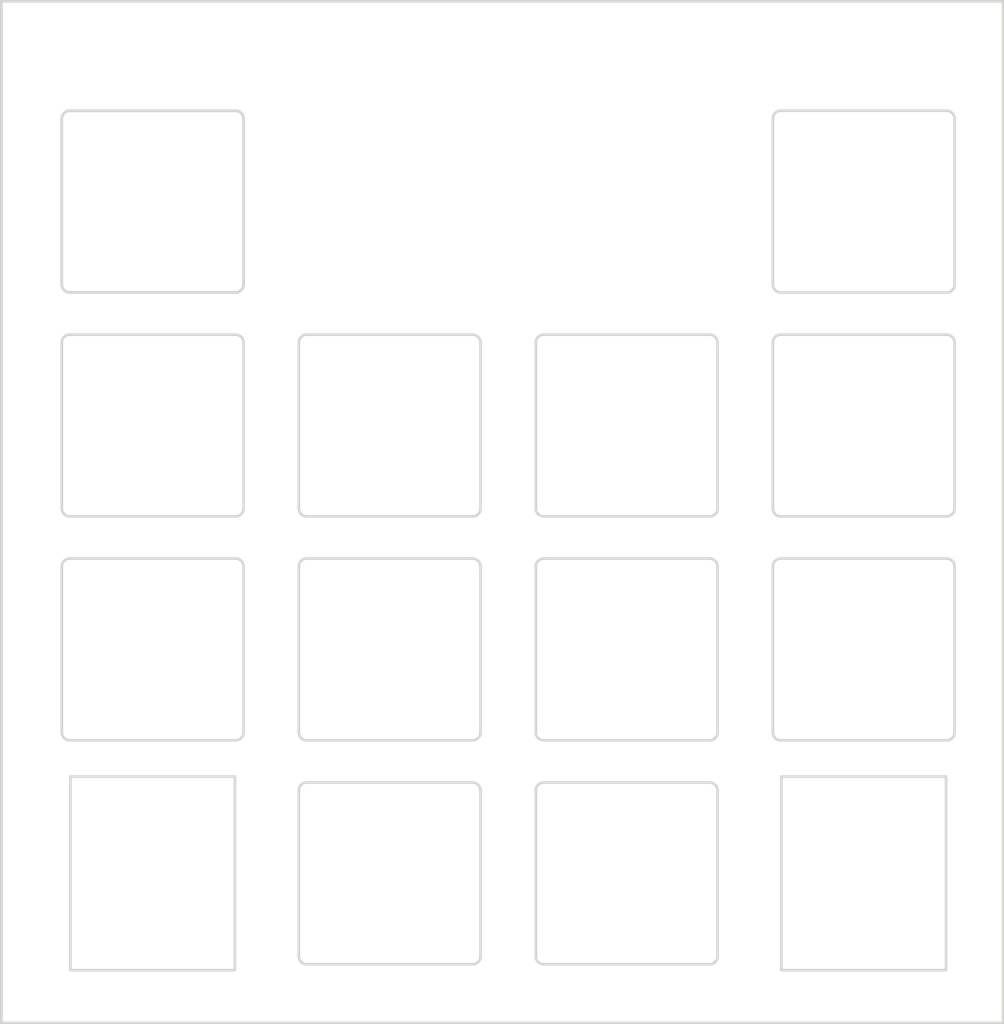
<source format=kicad_pcb>
(kicad_pcb
	(version 20241229)
	(generator "pcbnew")
	(generator_version "9.0")
	(general
		(thickness 1.6)
		(legacy_teardrops no)
	)
	(paper "A4")
	(layers
		(0 "F.Cu" signal)
		(2 "B.Cu" signal)
		(9 "F.Adhes" user "F.Adhesive")
		(11 "B.Adhes" user "B.Adhesive")
		(13 "F.Paste" user)
		(15 "B.Paste" user)
		(5 "F.SilkS" user "F.Silkscreen")
		(7 "B.SilkS" user "B.Silkscreen")
		(1 "F.Mask" user)
		(3 "B.Mask" user)
		(17 "Dwgs.User" user "User.Drawings")
		(19 "Cmts.User" user "User.Comments")
		(21 "Eco1.User" user "User.Eco1")
		(23 "Eco2.User" user "User.Eco2")
		(25 "Edge.Cuts" user)
		(27 "Margin" user)
		(31 "F.CrtYd" user "F.Courtyard")
		(29 "B.CrtYd" user "B.Courtyard")
		(35 "F.Fab" user)
		(33 "B.Fab" user)
	)
	(setup
		(pad_to_mask_clearance 0)
		(allow_soldermask_bridges_in_footprints no)
		(tenting front back)
		(pcbplotparams
			(layerselection 0x00000000_00000000_55555555_5755f5ff)
			(plot_on_all_layers_selection 0x00000000_00000000_00000000_00000000)
			(disableapertmacros no)
			(usegerberextensions no)
			(usegerberattributes yes)
			(usegerberadvancedattributes yes)
			(creategerberjobfile yes)
			(dashed_line_dash_ratio 12.000000)
			(dashed_line_gap_ratio 3.000000)
			(svgprecision 4)
			(plotframeref no)
			(mode 1)
			(useauxorigin no)
			(hpglpennumber 1)
			(hpglpenspeed 20)
			(hpglpendiameter 15.000000)
			(pdf_front_fp_property_popups yes)
			(pdf_back_fp_property_popups yes)
			(pdf_metadata yes)
			(pdf_single_document no)
			(dxfpolygonmode yes)
			(dxfimperialunits yes)
			(dxfusepcbnewfont yes)
			(psnegative no)
			(psa4output no)
			(plot_black_and_white yes)
			(sketchpadsonfab no)
			(plotpadnumbers no)
			(hidednponfab no)
			(sketchdnponfab yes)
			(crossoutdnponfab yes)
			(subtractmaskfromsilk no)
			(outputformat 1)
			(mirror no)
			(drillshape 1)
			(scaleselection 1)
			(outputdirectory "")
		)
	)
	(net 0 "")
	(gr_arc
		(start 186.795 72.805)
		(mid 187.219264 72.980736)
		(end 187.395 73.405)
		(stroke
			(width 0.2)
			(type default)
		)
		(layer "Edge.Cuts")
		(uuid "0075bde6-298b-4783-85b2-2a633a080c74")
	)
	(gr_arc
		(start 132.795 72.805)
		(mid 133.219264 72.980736)
		(end 133.395 73.405)
		(stroke
			(width 0.2)
			(type default)
		)
		(layer "Edge.Cuts")
		(uuid "01ac62d2-ba80-48ad-a413-263f1ca40fb3")
	)
	(gr_line
		(start 186.795 72.805)
		(end 174.195 72.805)
		(stroke
			(width 0.2)
			(type default)
		)
		(layer "Edge.Cuts")
		(uuid "01b769b4-d5cf-49eb-ba22-1e51a0da5606")
	)
	(gr_line
		(start 137.595 124.405)
		(end 137.595 137.005)
		(stroke
			(width 0.2)
			(type default)
		)
		(layer "Edge.Cuts")
		(uuid "0363ad37-8fe1-4515-b7fd-e3f0118b8536")
	)
	(gr_line
		(start 187.395 103.005)
		(end 187.395 90.405)
		(stroke
			(width 0.2)
			(type default)
		)
		(layer "Edge.Cuts")
		(uuid "0b277fe8-38dc-4fc5-9643-e5f22b3b8138")
	)
	(gr_line
		(start 119.595 73.405)
		(end 119.595 86.005)
		(stroke
			(width 0.2)
			(type default)
		)
		(layer "Edge.Cuts")
		(uuid "0cb8c50c-22e0-4002-946d-0911725f7a12")
	)
	(gr_line
		(start 174.245001 123.355003)
		(end 186.745002 123.355003)
		(stroke
			(width 0.2)
			(type default)
		)
		(layer "Edge.Cuts")
		(uuid "0ed4a00b-53f2-40f0-a96e-d896ccb29dfa")
	)
	(gr_arc
		(start 138.195 137.605)
		(mid 137.770736 137.429264)
		(end 137.595 137.005)
		(stroke
			(width 0.2)
			(type default)
		)
		(layer "Edge.Cuts")
		(uuid "0f32ab5a-2342-4d3e-846a-7456c03e31af")
	)
	(gr_arc
		(start 133.395 86.005)
		(mid 133.219264 86.429264)
		(end 132.795 86.605)
		(stroke
			(width 0.2)
			(type default)
		)
		(layer "Edge.Cuts")
		(uuid "131e9d94-018a-4e3f-9a8e-d4f3bc79f2c1")
	)
	(gr_arc
		(start 120.195 103.605)
		(mid 119.770736 103.429264)
		(end 119.595 103.005)
		(stroke
			(width 0.2)
			(type default)
		)
		(layer "Edge.Cuts")
		(uuid "18b90b9e-3745-447a-b27e-9a7ee3469db2")
	)
	(gr_arc
		(start 133.395 86.005)
		(mid 133.219264 86.429264)
		(end 132.795 86.605)
		(stroke
			(width 0.2)
			(type default)
		)
		(layer "Edge.Cuts")
		(uuid "18e15af4-8034-467c-b69c-21a8fb3f59f5")
	)
	(gr_line
		(start 132.795 72.805)
		(end 120.195 72.805)
		(stroke
			(width 0.2)
			(type default)
		)
		(layer "Edge.Cuts")
		(uuid "1ce73106-f0b0-4df6-858a-8a819fd1bf9a")
	)
	(gr_line
		(start 186.795 106.805)
		(end 174.195 106.805)
		(stroke
			(width 0.2)
			(type default)
		)
		(layer "Edge.Cuts")
		(uuid "1d45cca7-fa34-4835-98be-185a781fc63d")
	)
	(gr_arc
		(start 133.395 86.005)
		(mid 133.219264 86.429264)
		(end 132.795 86.605)
		(stroke
			(width 0.2)
			(type default)
		)
		(layer "Edge.Cuts")
		(uuid "1e0aff93-81a2-4d57-a2fd-703a873b46dc")
	)
	(gr_arc
		(start 174.195 120.605)
		(mid 173.770736 120.429264)
		(end 173.595 120.005)
		(stroke
			(width 0.2)
			(type default)
		)
		(layer "Edge.Cuts")
		(uuid "1f153976-a2f2-4109-bc9f-454be7615f49")
	)
	(gr_line
		(start 150.795 106.805)
		(end 138.195 106.805)
		(stroke
			(width 0.2)
			(type default)
		)
		(layer "Edge.Cuts")
		(uuid "20d7fda4-14b7-480c-9fd2-23ac2436ca58")
	)
	(gr_arc
		(start 186.795 106.805)
		(mid 187.219264 106.980736)
		(end 187.395 107.405)
		(stroke
			(width 0.2)
			(type default)
		)
		(layer "Edge.Cuts")
		(uuid "237273c0-5590-4c29-ae0d-53f8b1b014d1")
	)
	(gr_line
		(start 115 64.5)
		(end 115 142.055004)
		(stroke
			(width 0.2)
			(type default)
		)
		(layer "Edge.Cuts")
		(uuid "23b31c7d-17c5-41bf-9e8f-13a386d67ffd")
	)
	(gr_arc
		(start 119.595 73.405)
		(mid 119.770736 72.980736)
		(end 120.195 72.805)
		(stroke
			(width 0.2)
			(type default)
		)
		(layer "Edge.Cuts")
		(uuid "24da53c8-159c-4a01-8bde-dc9bc6068234")
	)
	(gr_line
		(start 120.245001 138.055004)
		(end 120.245001 123.355003)
		(stroke
			(width 0.2)
			(type default)
		)
		(layer "Edge.Cuts")
		(uuid "253a86fc-e785-4da4-8d21-a4176ac14e56")
	)
	(gr_arc
		(start 120.195 120.605)
		(mid 119.770736 120.429264)
		(end 119.595 120.005)
		(stroke
			(width 0.2)
			(type default)
		)
		(layer "Edge.Cuts")
		(uuid "25dd81f3-345b-4c00-aa8c-22fe5edc6574")
	)
	(gr_line
		(start 186.745002 138.055004)
		(end 174.245001 138.055004)
		(stroke
			(width 0.2)
			(type default)
		)
		(layer "Edge.Cuts")
		(uuid "267e1641-9dc7-4a82-bce8-0c32ddc1f999")
	)
	(gr_line
		(start 191.07 64.5)
		(end 115 64.5)
		(stroke
			(width 0.2)
			(type default)
		)
		(layer "Edge.Cuts")
		(uuid "26fb3d14-2deb-4872-b76f-7ea2527ea4ab")
	)
	(gr_arc
		(start 168.795 106.805)
		(mid 169.219264 106.980736)
		(end 169.395 107.405)
		(stroke
			(width 0.2)
			(type default)
		)
		(layer "Edge.Cuts")
		(uuid "315462e1-d7d6-41e9-9eac-afc679a5bf0d")
	)
	(gr_line
		(start 187.395 86.005)
		(end 187.395 73.405)
		(stroke
			(width 0.2)
			(type default)
		)
		(layer "Edge.Cuts")
		(uuid "331eab7f-5bad-40f2-ba03-e8daab0f0547")
	)
	(gr_line
		(start 119.595 90.405)
		(end 119.595 103.005)
		(stroke
			(width 0.2)
			(type default)
		)
		(layer "Edge.Cuts")
		(uuid "33d7cd81-c9ce-4a4b-b7ac-2f40bda0f898")
	)
	(gr_line
		(start 115 142.055004)
		(end 191.07 142.055004)
		(stroke
			(width 0.2)
			(type default)
		)
		(layer "Edge.Cuts")
		(uuid "34326364-25af-4360-9beb-51fb50b4bd6e")
	)
	(gr_line
		(start 132.795 72.805)
		(end 120.195 72.805)
		(stroke
			(width 0.2)
			(type default)
		)
		(layer "Edge.Cuts")
		(uuid "348ceef5-25e6-425b-af70-bedd38bbb5d8")
	)
	(gr_line
		(start 137.595 90.405)
		(end 137.595 103.005)
		(stroke
			(width 0.2)
			(type default)
		)
		(layer "Edge.Cuts")
		(uuid "35303a13-0f81-466b-9f1b-572e11aa4dc2")
	)
	(gr_arc
		(start 137.595 124.405)
		(mid 137.770736 123.980736)
		(end 138.195 123.805)
		(stroke
			(width 0.2)
			(type default)
		)
		(layer "Edge.Cuts")
		(uuid "3d280b05-cbbd-48fd-a337-ab3169993ea0")
	)
	(gr_arc
		(start 133.395 120.005)
		(mid 133.219264 120.429264)
		(end 132.795 120.605)
		(stroke
			(width 0.2)
			(type default)
		)
		(layer "Edge.Cuts")
		(uuid "3d297413-4b5e-4f45-9759-cf4d964b5cc7")
	)
	(gr_line
		(start 186.795 89.805)
		(end 174.195 89.805)
		(stroke
			(width 0.2)
			(type default)
		)
		(layer "Edge.Cuts")
		(uuid "3f8578bb-d7f7-40ae-8188-80b0bd8148c1")
	)
	(gr_line
		(start 132.795 106.805)
		(end 120.195 106.805)
		(stroke
			(width 0.2)
			(type default)
		)
		(layer "Edge.Cuts")
		(uuid "40d2b04b-01be-4a02-a20b-b3a6918c6606")
	)
	(gr_line
		(start 173.595 73.405)
		(end 173.595 86.005)
		(stroke
			(width 0.2)
			(type default)
		)
		(layer "Edge.Cuts")
		(uuid "4668ce55-6f51-4ff5-9ad8-e473778e730e")
	)
	(gr_line
		(start 174.245001 138.055004)
		(end 174.245001 123.355003)
		(stroke
			(width 0.2)
			(type default)
		)
		(layer "Edge.Cuts")
		(uuid "471f719f-7275-480d-88c5-32795f1d0b46")
	)
	(gr_arc
		(start 151.395 120.005)
		(mid 151.219264 120.429264)
		(end 150.795 120.605)
		(stroke
			(width 0.2)
			(type default)
		)
		(layer "Edge.Cuts")
		(uuid "4bb650ce-3741-48e8-bd18-2314350719d0")
	)
	(gr_line
		(start 151.395 103.005)
		(end 151.395 90.405)
		(stroke
			(width 0.2)
			(type default)
		)
		(layer "Edge.Cuts")
		(uuid "4e46e2f2-8620-404b-a16b-d8c5845b142b")
	)
	(gr_line
		(start 138.195 120.605)
		(end 150.795 120.605)
		(stroke
			(width 0.2)
			(type default)
		)
		(layer "Edge.Cuts")
		(uuid "546e4b66-fc94-4844-9527-8df15d5f97e0")
	)
	(gr_line
		(start 150.795 89.805)
		(end 138.195 89.805)
		(stroke
			(width 0.2)
			(type default)
		)
		(layer "Edge.Cuts")
		(uuid "5a19ba63-8c00-4aa5-8d57-53e3f602bac9")
	)
	(gr_arc
		(start 120.195 86.605)
		(mid 119.770736 86.429264)
		(end 119.595 86.005)
		(stroke
			(width 0.2)
			(type default)
		)
		(layer "Edge.Cuts")
		(uuid "5e73bf94-55b3-4638-8322-f7c0d4f08108")
	)
	(gr_line
		(start 155.595 124.405)
		(end 155.595 137.005)
		(stroke
			(width 0.2)
			(type default)
		)
		(layer "Edge.Cuts")
		(uuid "5fd10ef0-5ad5-48ad-ae33-c9533aa30bdf")
	)
	(gr_line
		(start 174.195 120.605)
		(end 186.795 120.605)
		(stroke
			(width 0.2)
			(type default)
		)
		(layer "Edge.Cuts")
		(uuid "60d8f1a4-b712-42a2-8cee-4566554f6a74")
	)
	(gr_line
		(start 120.245001 123.355003)
		(end 132.745002 123.355003)
		(stroke
			(width 0.2)
			(type default)
		)
		(layer "Edge.Cuts")
		(uuid "61bb7e53-ddce-4c6f-9ef8-ef8c4e7a17a3")
	)
	(gr_arc
		(start 187.395 103.005)
		(mid 187.219264 103.429264)
		(end 186.795 103.605)
		(stroke
			(width 0.2)
			(type default)
		)
		(layer "Edge.Cuts")
		(uuid "63ca607f-74c1-4e3f-a7ae-558ba8ca79b6")
	)
	(gr_arc
		(start 173.595 73.405)
		(mid 173.770736 72.980736)
		(end 174.195 72.805)
		(stroke
			(width 0.2)
			(type default)
		)
		(layer "Edge.Cuts")
		(uuid "6528e148-66d7-4181-80e4-c068be6dc8ee")
	)
	(gr_arc
		(start 156.195 103.605)
		(mid 155.770736 103.429264)
		(end 155.595 103.005)
		(stroke
			(width 0.2)
			(type default)
		)
		(layer "Edge.Cuts")
		(uuid "6612e38f-6bc1-4b04-8bfd-e3722f001abe")
	)
	(gr_arc
		(start 133.395 103.005)
		(mid 133.219264 103.429264)
		(end 132.795 103.605)
		(stroke
			(width 0.2)
			(type default)
		)
		(layer "Edge.Cuts")
		(uuid "6814e6fd-a777-4e90-9b8d-7b32d6db33a5")
	)
	(gr_arc
		(start 173.595 107.405)
		(mid 173.770736 106.980736)
		(end 174.195 106.805)
		(stroke
			(width 0.2)
			(type default)
		)
		(layer "Edge.Cuts")
		(uuid "68a75839-41be-437a-ba0a-42a7d0e6939c")
	)
	(gr_arc
		(start 155.595 107.405)
		(mid 155.770736 106.980736)
		(end 156.195 106.805)
		(stroke
			(width 0.2)
			(type default)
		)
		(layer "Edge.Cuts")
		(uuid "6a7f460b-e717-4113-9323-462eac2b1763")
	)
	(gr_line
		(start 119.595 107.405)
		(end 119.595 120.005)
		(stroke
			(width 0.2)
			(type default)
		)
		(layer "Edge.Cuts")
		(uuid "6b4b1966-9924-40c0-b169-7687371f9462")
	)
	(gr_arc
		(start 168.795 89.805)
		(mid 169.219264 89.980736)
		(end 169.395 90.405)
		(stroke
			(width 0.2)
			(type default)
		)
		(layer "Edge.Cuts")
		(uuid "769cbcc6-db09-4765-a801-b1ba34a6d7db")
	)
	(gr_line
		(start 191.07 142.055004)
		(end 191.07 64.5)
		(stroke
			(width 0.2)
			(type default)
		)
		(layer "Edge.Cuts")
		(uuid "76d30d59-96c6-4b57-9a2f-e668dd69601b")
	)
	(gr_line
		(start 132.745002 138.055004)
		(end 120.245001 138.055004)
		(stroke
			(width 0.2)
			(type default)
		)
		(layer "Edge.Cuts")
		(uuid "79bf991f-1649-459c-9783-4129b9c70688")
	)
	(gr_line
		(start 120.195 86.605)
		(end 132.795 86.605)
		(stroke
			(width 0.2)
			(type default)
		)
		(layer "Edge.Cuts")
		(uuid "7df6161d-ef43-4aa6-a5f2-313229ae67ae")
	)
	(gr_arc
		(start 156.195 137.605)
		(mid 155.770736 137.429264)
		(end 155.595 137.005)
		(stroke
			(width 0.2)
			(type default)
		)
		(layer "Edge.Cuts")
		(uuid "7f4d8700-ddad-48d3-a858-9bc442a58e04")
	)
	(gr_line
		(start 133.395 86.005)
		(end 133.395 73.405)
		(stroke
			(width 0.2)
			(type default)
		)
		(layer "Edge.Cuts")
		(uuid "827c59c5-3231-4377-9a6b-f17278c7a2a3")
	)
	(gr_arc
		(start 150.795 89.805)
		(mid 151.219264 89.980736)
		(end 151.395 90.405)
		(stroke
			(width 0.2)
			(type default)
		)
		(layer "Edge.Cuts")
		(uuid "84e9c398-c35e-4f8b-9c78-65bcd24f41be")
	)
	(gr_line
		(start 151.395 120.005)
		(end 151.395 107.405)
		(stroke
			(width 0.2)
			(type default)
		)
		(layer "Edge.Cuts")
		(uuid "867197f1-25a8-4f17-88bf-59ed56f25ea1")
	)
	(gr_line
		(start 186.745002 123.355003)
		(end 186.745002 138.055004)
		(stroke
			(width 0.2)
			(type default)
		)
		(layer "Edge.Cuts")
		(uuid "8709b683-c913-4ad5-8f00-f2a92d361708")
	)
	(gr_arc
		(start 151.395 137.005)
		(mid 151.219264 137.429264)
		(end 150.795 137.605)
		(stroke
			(width 0.2)
			(type default)
		)
		(layer "Edge.Cuts")
		(uuid "87876837-2971-49b8-9657-aad6905799f3")
	)
	(gr_arc
		(start 174.195 86.605)
		(mid 173.770736 86.429264)
		(end 173.595 86.005)
		(stroke
			(width 0.2)
			(type default)
		)
		(layer "Edge.Cuts")
		(uuid "8bc305aa-4089-4dbc-b6eb-df5ff017d848")
	)
	(gr_line
		(start 169.395 120.005)
		(end 169.395 107.405)
		(stroke
			(width 0.2)
			(type default)
		)
		(layer "Edge.Cuts")
		(uuid "8c319749-bbc9-40ad-9a5c-892ddaed7800")
	)
	(gr_line
		(start 132.745002 123.355003)
		(end 132.745002 138.055004)
		(stroke
			(width 0.2)
			(type default)
		)
		(layer "Edge.Cuts")
		(uuid "90e1ad6c-6ff6-4f97-b487-31d264dc62ed")
	)
	(gr_arc
		(start 155.595 90.405)
		(mid 155.770736 89.980736)
		(end 156.195 89.805)
		(stroke
			(width 0.2)
			(type default)
		)
		(layer "Edge.Cuts")
		(uuid "912f706d-448e-4342-92e5-0adebd35ff48")
	)
	(gr_line
		(start 174.195 86.605)
		(end 186.795 86.605)
		(stroke
			(width 0.2)
			(type default)
		)
		(layer "Edge.Cuts")
		(uuid "950b5b95-bdd4-4feb-a201-8f7a5f2b0b14")
	)
	(gr_line
		(start 155.595 107.405)
		(end 155.595 120.005)
		(stroke
			(width 0.2)
			(type default)
		)
		(layer "Edge.Cuts")
		(uuid "97c36afc-e428-4f75-8c65-ff1164948721")
	)
	(gr_arc
		(start 137.595 90.405)
		(mid 137.770736 89.980736)
		(end 138.195 89.805)
		(stroke
			(width 0.2)
			(type default)
		)
		(layer "Edge.Cuts")
		(uuid "98be32d7-01a7-4fa4-9d97-a2650b8353fd")
	)
	(gr_arc
		(start 132.795 72.805)
		(mid 133.219264 72.980736)
		(end 133.395 73.405)
		(stroke
			(width 0.2)
			(type default)
		)
		(layer "Edge.Cuts")
		(uuid "9b1d1abc-eaae-444e-8538-0988f97e9c4b")
	)
	(gr_arc
		(start 169.395 137.005)
		(mid 169.219264 137.429264)
		(end 168.795 137.605)
		(stroke
			(width 0.2)
			(type default)
		)
		(layer "Edge.Cuts")
		(uuid "9b51cfd8-a0bf-486b-9144-e0dea8211662")
	)
	(gr_line
		(start 119.595 73.405)
		(end 119.595 86.005)
		(stroke
			(width 0.2)
			(type default)
		)
		(layer "Edge.Cuts")
		(uuid "9b689eb9-aec4-48cc-8e10-1dbda8a5b5b9")
	)
	(gr_line
		(start 168.795 106.805)
		(end 156.195 106.805)
		(stroke
			(width 0.2)
			(type default)
		)
		(layer "Edge.Cuts")
		(uuid "a1afbe1b-28e9-4569-80e4-d0e52df07920")
	)
	(gr_arc
		(start 150.795 106.805)
		(mid 151.219264 106.980736)
		(end 151.395 107.405)
		(stroke
			(width 0.2)
			(type default)
		)
		(layer "Edge.Cuts")
		(uuid "a2e63491-08d8-4bf3-9241-4d2539097bb4")
	)
	(gr_line
		(start 132.795 89.805)
		(end 120.195 89.805)
		(stroke
			(width 0.2)
			(type default)
		)
		(layer "Edge.Cuts")
		(uuid "a310a969-6535-4b62-b767-711dd9da5bab")
	)
	(gr_line
		(start 132.795 72.805)
		(end 120.195 72.805)
		(stroke
			(width 0.2)
			(type default)
		)
		(layer "Edge.Cuts")
		(uuid "a46be8dc-004f-462e-9acf-608264356659")
	)
	(gr_arc
		(start 186.795 89.805)
		(mid 187.219264 89.980736)
		(end 187.395 90.405)
		(stroke
			(width 0.2)
			(type default)
		)
		(layer "Edge.Cuts")
		(uuid "a4e5ae38-bddc-4b4a-b6df-9e1cc5c1f3e1")
	)
	(gr_line
		(start 119.595 73.405)
		(end 119.595 86.005)
		(stroke
			(width 0.2)
			(type default)
		)
		(layer "Edge.Cuts")
		(uuid "a6f95c19-7c63-4153-a82a-7faa4a492dbb")
	)
	(gr_arc
		(start 138.195 103.605)
		(mid 137.770736 103.429264)
		(end 137.595 103.005)
		(stroke
			(width 0.2)
			(type default)
		)
		(layer "Edge.Cuts")
		(uuid "a774091b-1339-411b-a5f3-f064bad2c065")
	)
	(gr_arc
		(start 168.795 123.805)
		(mid 169.219264 123.980736)
		(end 169.395 124.405)
		(stroke
			(width 0.2)
			(type default)
		)
		(layer "Edge.Cuts")
		(uuid "a90b88de-8817-4982-b98e-934d96bf30b9")
	)
	(gr_arc
		(start 169.395 103.005)
		(mid 169.219264 103.429264)
		(end 168.795 103.605)
		(stroke
			(width 0.2)
			(type default)
		)
		(layer "Edge.Cuts")
		(uuid "af7c579b-a36e-42ec-9ff1-4c2d3fa71160")
	)
	(gr_line
		(start 132.795 86.605)
		(end 120.195 86.605)
		(stroke
			(width 0.2)
			(type default)
		)
		(layer "Edge.Cuts")
		(uuid "b14e0dec-93d6-43cb-9df7-4e73193081d4")
	)
	(gr_arc
		(start 132.795 72.805)
		(mid 133.219264 72.980736)
		(end 133.395 73.405)
		(stroke
			(width 0.2)
			(type default)
		)
		(layer "Edge.Cuts")
		(uuid "b1b226bb-ad72-416b-a252-e35d7e7c2ffe")
	)
	(gr_line
		(start 120.195 103.605)
		(end 132.795 103.605)
		(stroke
			(width 0.2)
			(type default)
		)
		(layer "Edge.Cuts")
		(uuid "b2c9a6bd-8032-42aa-8949-da152f56faab")
	)
	(gr_line
		(start 173.595 90.405)
		(end 173.595 103.005)
		(stroke
			(width 0.2)
			(type default)
		)
		(layer "Edge.Cuts")
		(uuid "b3a2345d-c4f0-4321-96f7-1786b28ef310")
	)
	(gr_arc
		(start 156.195 120.605)
		(mid 155.770736 120.429264)
		(end 155.595 120.005)
		(stroke
			(width 0.2)
			(type default)
		)
		(layer "Edge.Cuts")
		(uuid "b430e782-673c-4ac9-a100-0a7e37452dda")
	)
	(gr_line
		(start 133.395 73.405)
		(end 133.395 86.005)
		(stroke
			(width 0.2)
			(type default)
		)
		(layer "Edge.Cuts")
		(uuid "bae1b6b0-26d5-4a8c-8516-068065323aec")
	)
	(gr_line
		(start 156.195 103.605)
		(end 168.795 103.605)
		(stroke
			(width 0.2)
			(type default)
		)
		(layer "Edge.Cuts")
		(uuid "bb1b3ea6-3f26-4ec8-84ba-0259778e0a2e")
	)
	(gr_arc
		(start 169.395 120.005)
		(mid 169.219264 120.429264)
		(end 168.795 120.605)
		(stroke
			(width 0.2)
			(type default)
		)
		(layer "Edge.Cuts")
		(uuid "bde28e04-0ff7-4647-9744-7aa86d398e17")
	)
	(gr_line
		(start 133.395 103.005)
		(end 133.395 90.405)
		(stroke
			(width 0.2)
			(type default)
		)
		(layer "Edge.Cuts")
		(uuid "beb0dbb7-2ffb-4ff0-916d-3be79c9a5fdb")
	)
	(gr_line
		(start 133.395 86.005)
		(end 133.395 73.405)
		(stroke
			(width 0.2)
			(type default)
		)
		(layer "Edge.Cuts")
		(uuid "bf3e336a-0fad-4177-a956-2d228c236586")
	)
	(gr_line
		(start 168.795 123.805)
		(end 156.195 123.805)
		(stroke
			(width 0.2)
			(type default)
		)
		(layer "Edge.Cuts")
		(uuid "bfc533fd-f10a-49ef-b64c-7f0f94230a5c")
	)
	(gr_arc
		(start 132.795 106.805)
		(mid 133.219264 106.980736)
		(end 133.395 107.405)
		(stroke
			(width 0.2)
			(type default)
		)
		(layer "Edge.Cuts")
		(uuid "c05da35b-22c4-48e0-ba3e-73e9187e0bc5")
	)
	(gr_arc
		(start 120.195 86.605)
		(mid 119.770736 86.429264)
		(end 119.595 86.005)
		(stroke
			(width 0.2)
			(type default)
		)
		(layer "Edge.Cuts")
		(uuid "c0faa6bb-0045-4420-8cee-041053cce1c9")
	)
	(gr_line
		(start 120.195 86.605)
		(end 132.795 86.605)
		(stroke
			(width 0.2)
			(type default)
		)
		(layer "Edge.Cuts")
		(uuid "c1575a84-8870-454f-8a12-f368c7d23476")
	)
	(gr_line
		(start 156.195 137.605)
		(end 168.795 137.605)
		(stroke
			(width 0.2)
			(type default)
		)
		(layer "Edge.Cuts")
		(uuid "c3b99346-d3ff-4656-9f64-663c0fbefeac")
	)
	(gr_arc
		(start 119.595 107.405)
		(mid 119.770736 106.980736)
		(end 120.195 106.805)
		(stroke
			(width 0.2)
			(type default)
		)
		(layer "Edge.Cuts")
		(uuid "c4b8bb77-e8e3-4e30-aaa9-3e46e9932ae1")
	)
	(gr_line
		(start 138.195 137.605)
		(end 150.795 137.605)
		(stroke
			(width 0.2)
			(type default)
		)
		(layer "Edge.Cuts")
		(uuid "c7175e35-a5f8-4fdc-b33a-880300259ee2")
	)
	(gr_line
		(start 187.395 120.005)
		(end 187.395 107.405)
		(stroke
			(width 0.2)
			(type default)
		)
		(layer "Edge.Cuts")
		(uuid "c7cb4704-eda0-472c-bb84-064914815a75")
	)
	(gr_line
		(start 151.395 137.005)
		(end 151.395 124.405)
		(stroke
			(width 0.2)
			(type default)
		)
		(layer "Edge.Cuts")
		(uuid "caae756b-237d-4729-8cd7-61cf8f190be4")
	)
	(gr_line
		(start 138.195 103.605)
		(end 150.795 103.605)
		(stroke
			(width 0.2)
			(type default)
		)
		(layer "Edge.Cuts")
		(uuid "cb09b11d-bdbc-4549-a5c3-4dab20423aef")
	)
	(gr_arc
		(start 187.395 86.005)
		(mid 187.219264 86.429264)
		(end 186.795 86.605)
		(stroke
			(width 0.2)
			(type default)
		)
		(layer "Edge.Cuts")
		(uuid "cbb3ab13-8104-4f94-91f1-169e596087d4")
	)
	(gr_line
		(start 120.195 120.605)
		(end 132.795 120.605)
		(stroke
			(width 0.2)
			(type default)
		)
		(layer "Edge.Cuts")
		(uuid "cf723151-5646-4b8e-9afd-5f403e7c9606")
	)
	(gr_arc
		(start 137.595 107.405)
		(mid 137.770736 106.980736)
		(end 138.195 106.805)
		(stroke
			(width 0.2)
			(type default)
		)
		(layer "Edge.Cuts")
		(uuid "d0af4c57-4ced-46ae-9cd5-d5cf95075a4e")
	)
	(gr_line
		(start 174.195 103.605)
		(end 186.795 103.605)
		(stroke
			(width 0.2)
			(type default)
		)
		(layer "Edge.Cuts")
		(uuid "d19bdbca-83bd-4f6c-b067-cd910850ac93")
	)
	(gr_arc
		(start 174.195 103.605)
		(mid 173.770736 103.429264)
		(end 173.595 103.005)
		(stroke
			(width 0.2)
			(type default)
		)
		(layer "Edge.Cuts")
		(uuid "d1efdb13-df2f-4772-9f40-cca41af41272")
	)
	(gr_line
		(start 168.795 89.805)
		(end 156.195 89.805)
		(stroke
			(width 0.2)
			(type default)
		)
		(layer "Edge.Cuts")
		(uuid "d21dfe74-0812-418f-90d8-c4925106aa5d")
	)
	(gr_arc
		(start 119.595 90.405)
		(mid 119.770736 89.980736)
		(end 120.195 89.805)
		(stroke
			(width 0.2)
			(type default)
		)
		(layer "Edge.Cuts")
		(uuid "d2c11f0f-1aa6-45a9-a55e-c1ad7a6124db")
	)
	(gr_line
		(start 115 64.5)
		(end 115 142.055004)
		(stroke
			(width 0.2)
			(type default)
		)
		(layer "Edge.Cuts")
		(uuid "d6ebbe5d-5162-4a40-9917-43c1a69fae14")
	)
	(gr_arc
		(start 155.595 124.405)
		(mid 155.770736 123.980736)
		(end 156.195 123.805)
		(stroke
			(width 0.2)
			(type default)
		)
		(layer "Edge.Cuts")
		(uuid "d74c3139-d0a2-449b-ba46-66491c470fc1")
	)
	(gr_arc
		(start 138.195 120.605)
		(mid 137.770736 120.429264)
		(end 137.595 120.005)
		(stroke
			(width 0.2)
			(type default)
		)
		(layer "Edge.Cuts")
		(uuid "d8a25da8-4a3b-4bef-9ab3-482e15cf1771")
	)
	(gr_arc
		(start 132.795 89.805)
		(mid 133.219264 89.980736)
		(end 133.395 90.405)
		(stroke
			(width 0.2)
			(type default)
		)
		(layer "Edge.Cuts")
		(uuid "d8f41579-1867-4582-b1ca-4cf7afb71488")
	)
	(gr_line
		(start 133.395 120.005)
		(end 133.395 107.405)
		(stroke
			(width 0.2)
			(type default)
		)
		(layer "Edge.Cuts")
		(uuid "d9747663-5a0c-46c8-a2d9-4de69ed12ab1")
	)
	(gr_line
		(start 156.195 120.605)
		(end 168.795 120.605)
		(stroke
			(width 0.2)
			(type default)
		)
		(layer "Edge.Cuts")
		(uuid "db2ba89e-347d-43b9-bbec-e2ad6d8148f3")
	)
	(gr_line
		(start 169.395 103.005)
		(end 169.395 90.405)
		(stroke
			(width 0.2)
			(type default)
		)
		(layer "Edge.Cuts")
		(uuid "de2e9567-126f-46a1-abd7-48f874809bc2")
	)
	(gr_line
		(start 191.07 142.055004)
		(end 191.07 64.5)
		(stroke
			(width 0.2)
			(type default)
		)
		(layer "Edge.Cuts")
		(uuid "e2b42f4e-bde0-4dc4-8a45-e7dee4b3e3ce")
	)
	(gr_arc
		(start 119.595 73.405)
		(mid 119.770736 72.980736)
		(end 120.195 72.805)
		(stroke
			(width 0.2)
			(type default)
		)
		(layer "Edge.Cuts")
		(uuid "e5adbfae-29f2-4380-a48f-8e60fbdbdffd")
	)
	(gr_arc
		(start 120.195 86.605)
		(mid 119.770736 86.429264)
		(end 119.595 86.005)
		(stroke
			(width 0.2)
			(type default)
		)
		(layer "Edge.Cuts")
		(uuid "e650e7c4-c1f5-44fb-96ac-4624fd23d933")
	)
	(gr_arc
		(start 173.595 90.405)
		(mid 173.770736 89.980736)
		(end 174.195 89.805)
		(stroke
			(width 0.2)
			(type default)
		)
		(layer "Edge.Cuts")
		(uuid "e71f072b-c898-4ca9-8778-089e14042fd1")
	)
	(gr_line
		(start 173.595 107.405)
		(end 173.595 120.005)
		(stroke
			(width 0.2)
			(type default)
		)
		(layer "Edge.Cuts")
		(uuid "ec876b01-beda-4b29-94a0-4d175026d999")
	)
	(gr_line
		(start 169.395 137.005)
		(end 169.395 124.405)
		(stroke
			(width 0.2)
			(type default)
		)
		(layer "Edge.Cuts")
		(uuid "f17adcd4-0ec5-4963-bc12-cd4160f2656e")
	)
	(gr_arc
		(start 151.395 103.005)
		(mid 151.219264 103.429264)
		(end 150.795 103.605)
		(stroke
			(width 0.2)
			(type default)
		)
		(layer "Edge.Cuts")
		(uuid "f203a627-3196-4589-aade-119369ce8ae9")
	)
	(gr_arc
		(start 187.395 120.005)
		(mid 187.219264 120.429264)
		(end 186.795 120.605)
		(stroke
			(width 0.2)
			(type default)
		)
		(layer "Edge.Cuts")
		(uuid "f6cfba23-2db8-48e4-a2ac-0777642f5ddb")
	)
	(gr_arc
		(start 119.595 73.405)
		(mid 119.770736 72.980736)
		(end 120.195 72.805)
		(stroke
			(width 0.2)
			(type default)
		)
		(layer "Edge.Cuts")
		(uuid "f80ba5b8-6a9d-463c-b610-aef0d3b09bfb")
	)
	(gr_line
		(start 137.595 107.405)
		(end 137.595 120.005)
		(stroke
			(width 0.2)
			(type default)
		)
		(layer "Edge.Cuts")
		(uuid "f953bdf0-4c03-4eb4-8e47-02da9486792d")
	)
	(gr_line
		(start 155.595 90.405)
		(end 155.595 103.005)
		(stroke
			(width 0.2)
			(type default)
		)
		(layer "Edge.Cuts")
		(uuid "f97e23a5-d1d3-4a26-a185-b266e32705bd")
	)
	(gr_arc
		(start 150.795 123.805)
		(mid 151.219264 123.980736)
		(end 151.395 124.405)
		(stroke
			(width 0.2)
			(type default)
		)
		(layer "Edge.Cuts")
		(uuid "fa32758a-6586-4129-9076-1ae599b7fff0")
	)
	(gr_line
		(start 150.795 123.805)
		(end 138.195 123.805)
		(stroke
			(width 0.2)
			(type default)
		)
		(layer "Edge.Cuts")
		(uuid "fd797d3c-7ddf-45de-9bab-82fd2db2d653")
	)
	(group ""
		(uuid "d0f8cf88-2007-48d3-bebf-902ed0bbbbd8")
		(members "0075bde6-298b-4783-85b2-2a633a080c74" "01ac62d2-ba80-48ad-a413-263f1ca40fb3"
			"01b769b4-d5cf-49eb-ba22-1e51a0da5606" "0363ad37-8fe1-4515-b7fd-e3f0118b8536"
			"0b277fe8-38dc-4fc5-9643-e5f22b3b8138" "0cb8c50c-22e0-4002-946d-0911725f7a12"
			"0ed4a00b-53f2-40f0-a96e-d896ccb29dfa" "0f32ab5a-2342-4d3e-846a-7456c03e31af"
			"131e9d94-018a-4e3f-9a8e-d4f3bc79f2c1" "18b90b9e-3745-447a-b27e-9a7ee3469db2"
			"18e15af4-8034-467c-b69c-21a8fb3f59f5" "1ce73106-f0b0-4df6-858a-8a819fd1bf9a"
			"1d45cca7-fa34-4835-98be-185a781fc63d" "1e0aff93-81a2-4d57-a2fd-703a873b46dc"
			"1f153976-a2f2-4109-bc9f-454be7615f49" "20d7fda4-14b7-480c-9fd2-23ac2436ca58"
			"237273c0-5590-4c29-ae0d-53f8b1b014d1" "23b31c7d-17c5-41bf-9e8f-13a386d67ffd"
			"24da53c8-159c-4a01-8bde-dc9bc6068234" "253a86fc-e785-4da4-8d21-a4176ac14e56"
			"25dd81f3-345b-4c00-aa8c-22fe5edc6574" "267e1641-9dc7-4a82-bce8-0c32ddc1f999"
			"26fb3d14-2deb-4872-b76f-7ea2527ea4ab" "315462e1-d7d6-41e9-9eac-afc679a5bf0d"
			"331eab7f-5bad-40f2-ba03-e8daab0f0547" "33d7cd81-c9ce-4a4b-b7ac-2f40bda0f898"
			"34326364-25af-4360-9beb-51fb50b4bd6e" "348ceef5-25e6-425b-af70-bedd38bbb5d8"
			"35303a13-0f81-466b-9f1b-572e11aa4dc2" "3d280b05-cbbd-48fd-a337-ab3169993ea0"
			"3d297413-4b5e-4f45-9759-cf4d964b5cc7" "3f8578bb-d7f7-40ae-8188-80b0bd8148c1"
			"40d2b04b-01be-4a02-a20b-b3a6918c6606" "4668ce55-6f51-4ff5-9ad8-e473778e730e"
			"471f719f-7275-480d-88c5-32795f1d0b46" "4bb650ce-3741-48e8-bd18-2314350719d0"
			"4e46e2f2-8620-404b-a16b-d8c5845b142b" "546e4b66-fc94-4844-9527-8df15d5f97e0"
			"5a19ba63-8c00-4aa5-8d57-53e3f602bac9" "5e73bf94-55b3-4638-8322-f7c0d4f08108"
			"5fd10ef0-5ad5-48ad-ae33-c9533aa30bdf" "60d8f1a4-b712-42a2-8cee-4566554f6a74"
			"61bb7e53-ddce-4c6f-9ef8-ef8c4e7a17a3" "63ca607f-74c1-4e3f-a7ae-558ba8ca79b6"
			"6528e148-66d7-4181-80e4-c068be6dc8ee" "6612e38f-6bc1-4b04-8bfd-e3722f001abe"
			"6814e6fd-a777-4e90-9b8d-7b32d6db33a5" "68a75839-41be-437a-ba0a-42a7d0e6939c"
			"6a7f460b-e717-4113-9323-462eac2b1763" "6b4b1966-9924-40c0-b169-7687371f9462"
			"769cbcc6-db09-4765-a801-b1ba34a6d7db" "76d30d59-96c6-4b57-9a2f-e668dd69601b"
			"79bf991f-1649-459c-9783-4129b9c70688" "7df6161d-ef43-4aa6-a5f2-313229ae67ae"
			"7f4d8700-ddad-48d3-a858-9bc442a58e04" "827c59c5-3231-4377-9a6b-f17278c7a2a3"
			"84e9c398-c35e-4f8b-9c78-65bcd24f41be" "867197f1-25a8-4f17-88bf-59ed56f25ea1"
			"8709b683-c913-4ad5-8f00-f2a92d361708" "87876837-2971-49b8-9657-aad6905799f3"
			"8bc305aa-4089-4dbc-b6eb-df5ff017d848" "8c319749-bbc9-40ad-9a5c-892ddaed7800"
			"90e1ad6c-6ff6-4f97-b487-31d264dc62ed" "912f706d-448e-4342-92e5-0adebd35ff48"
			"950b5b95-bdd4-4feb-a201-8f7a5f2b0b14" "97c36afc-e428-4f75-8c65-ff1164948721"
			"98be32d7-01a7-4fa4-9d97-a2650b8353fd" "9b1d1abc-eaae-444e-8538-0988f97e9c4b"
			"9b51cfd8-a0bf-486b-9144-e0dea8211662" "9b689eb9-aec4-48cc-8e10-1dbda8a5b5b9"
			"a1afbe1b-28e9-4569-80e4-d0e52df07920" "a2e63491-08d8-4bf3-9241-4d2539097bb4"
			"a310a969-6535-4b62-b767-711dd9da5bab" "a46be8dc-004f-462e-9acf-608264356659"
			"a4e5ae38-bddc-4b4a-b6df-9e1cc5c1f3e1" "a6f95c19-7c63-4153-a82a-7faa4a492dbb"
			"a774091b-1339-411b-a5f3-f064bad2c065" "a90b88de-8817-4982-b98e-934d96bf30b9"
			"af7c579b-a36e-42ec-9ff1-4c2d3fa71160" "b14e0dec-93d6-43cb-9df7-4e73193081d4"
			"b1b226bb-ad72-416b-a252-e35d7e7c2ffe" "b2c9a6bd-8032-42aa-8949-da152f56faab"
			"b3a2345d-c4f0-4321-96f7-1786b28ef310" "b430e782-673c-4ac9-a100-0a7e37452dda"
			"bae1b6b0-26d5-4a8c-8516-068065323aec" "bb1b3ea6-3f26-4ec8-84ba-0259778e0a2e"
			"bde28e04-0ff7-4647-9744-7aa86d398e17" "beb0dbb7-2ffb-4ff0-916d-3be79c9a5fdb"
			"bf3e336a-0fad-4177-a956-2d228c236586" "bfc533fd-f10a-49ef-b64c-7f0f94230a5c"
			"c05da35b-22c4-48e0-ba3e-73e9187e0bc5" "c0faa6bb-0045-4420-8cee-041053cce1c9"
			"c1575a84-8870-454f-8a12-f368c7d23476" "c3b99346-d3ff-4656-9f64-663c0fbefeac"
			"c4b8bb77-e8e3-4e30-aaa9-3e46e9932ae1" "c7175e35-a5f8-4fdc-b33a-880300259ee2"
			"c7cb4704-eda0-472c-bb84-064914815a75" "caae756b-237d-4729-8cd7-61cf8f190be4"
			"cb09b11d-bdbc-4549-a5c3-4dab20423aef" "cbb3ab13-8104-4f94-91f1-169e596087d4"
			"cf723151-5646-4b8e-9afd-5f403e7c9606" "d0af4c57-4ced-46ae-9cd5-d5cf95075a4e"
			"d19bdbca-83bd-4f6c-b067-cd910850ac93" "d1efdb13-df2f-4772-9f40-cca41af41272"
			"d21dfe74-0812-418f-90d8-c4925106aa5d" "d2c11f0f-1aa6-45a9-a55e-c1ad7a6124db"
			"d6ebbe5d-5162-4a40-9917-43c1a69fae14" "d74c3139-d0a2-449b-ba46-66491c470fc1"
			"d8a25da8-4a3b-4bef-9ab3-482e15cf1771" "d8f41579-1867-4582-b1ca-4cf7afb71488"
			"d9747663-5a0c-46c8-a2d9-4de69ed12ab1" "db2ba89e-347d-43b9-bbec-e2ad6d8148f3"
			"de2e9567-126f-46a1-abd7-48f874809bc2" "e2b42f4e-bde0-4dc4-8a45-e7dee4b3e3ce"
			"e5adbfae-29f2-4380-a48f-8e60fbdbdffd" "e650e7c4-c1f5-44fb-96ac-4624fd23d933"
			"e71f072b-c898-4ca9-8778-089e14042fd1" "ec876b01-beda-4b29-94a0-4d175026d999"
			"f17adcd4-0ec5-4963-bc12-cd4160f2656e" "f203a627-3196-4589-aade-119369ce8ae9"
			"f6cfba23-2db8-48e4-a2ac-0777642f5ddb" "f80ba5b8-6a9d-463c-b610-aef0d3b09bfb"
			"f953bdf0-4c03-4eb4-8e47-02da9486792d" "f97e23a5-d1d3-4a26-a185-b266e32705bd"
			"fa32758a-6586-4129-9076-1ae599b7fff0" "fd797d3c-7ddf-45de-9bab-82fd2db2d653"
		)
	)
	(embedded_fonts no)
)

</source>
